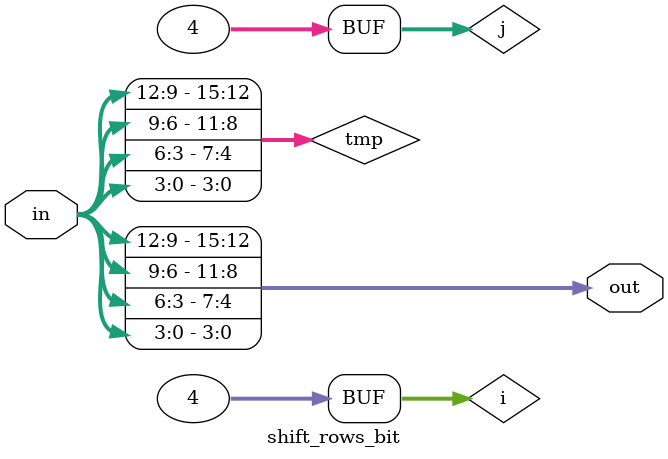
<source format=v>
module shift_rows_bit(
    input [15:0] in,
    output [15:0] out
);

reg [15:0] tmp;

integer i,j;

always@(*)
begin
    for (i = 0; i < 4; i = i + 1)
    begin
        for(j = 0; j < 4; j = j + 1)
        begin
            tmp[4*i+j] = in[4*i+(j-i)%4];
        end
    end
end

assign out = tmp;

endmodule
</source>
